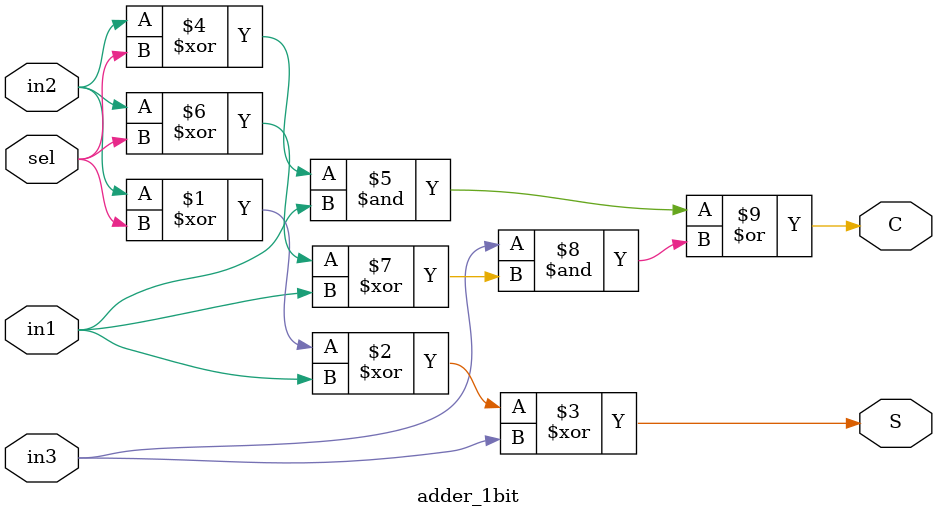
<source format=sv>
module adder_32bit(A, B, sel, OUT, CarryOut);
parameter N = 32;
input [N-1:0] A;
input [N-1:0] B;
input sel;	//If sel=0, the operation is addition, else subtraction
output [N-1:0] OUT;
output CarryOut;
genvar i;
wire [N:0] C;

assign CarryOut = 0;
assign C[0] = sel;
assign C[N] = CarryOut;

generate
    for(i=0; i<N; i=i+1) begin : adder_32bit
        adder_1bit stage(.in1(A[i]), .in2(B[i]), .in3(C[i]), .sel(sel), .S(OUT[i]), .C(C[i+1]));
    end
endgenerate
endmodule


module adder_1bit(input in1, in2, in3, sel,
                  output S, C);
assign S = (in2^sel)^in1^in3;
assign C = ((in2^sel)&in1)|(in3&((in2^sel)^in1));
endmodule
</source>
